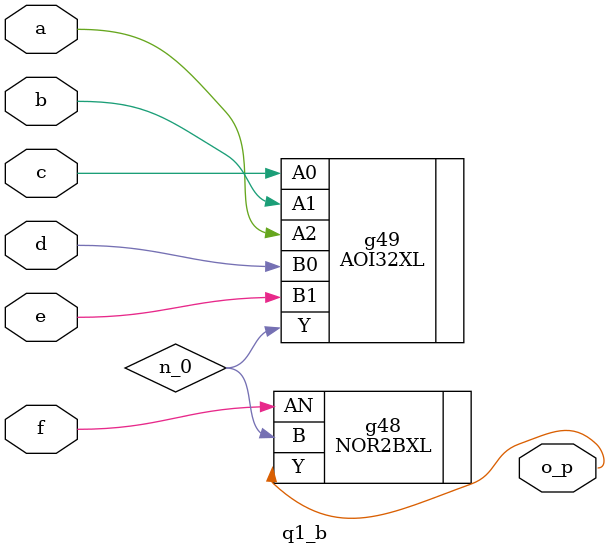
<source format=v>


// Verification Directory fv/q1_b 

module q1_b(a, b, c, d, e, f, o_p);
  input a, b, c, d, e, f;
  output o_p;
  wire a, b, c, d, e, f;
  wire o_p;
  wire n_0;
  NOR2BXL g48(.AN (f), .B (n_0), .Y (o_p));
  AOI32XL g49(.A0 (c), .A1 (b), .A2 (a), .B0 (d), .B1 (e), .Y (n_0));
endmodule


</source>
